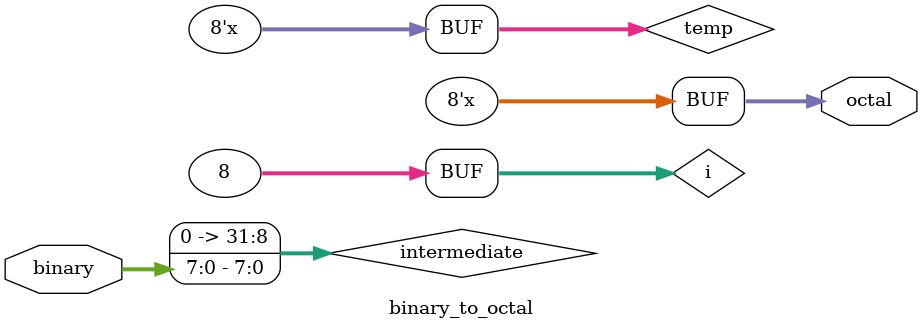
<source format=v>
module binary_to_octal(
  input [7:0] binary,
  output [7:0] octal
);
reg[7:0]temp=0;
integer intermediate; 
integer i;
always @(*) begin
intermediate=binary;
    for (i = 0; i <8; i = i + 1) begin
      if (intermediate[i] == 1) 
      begin
        temp = temp+2**i;
        //$display("temp: %d", temp);
      end
    end
end
assign octal=temp;
endmodule

</source>
